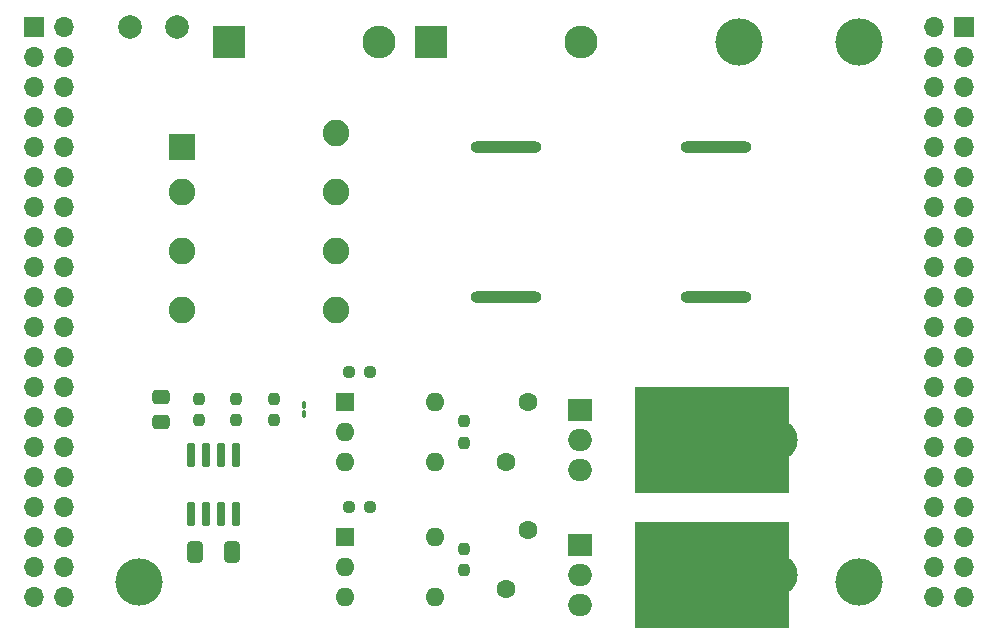
<source format=gts>
G04 #@! TF.GenerationSoftware,KiCad,Pcbnew,(6.0.2)*
G04 #@! TF.CreationDate,2022-03-12T22:50:08+09:00*
G04 #@! TF.ProjectId,ACBoard,4143426f-6172-4642-9e6b-696361645f70,rev?*
G04 #@! TF.SameCoordinates,Original*
G04 #@! TF.FileFunction,Soldermask,Top*
G04 #@! TF.FilePolarity,Negative*
%FSLAX46Y46*%
G04 Gerber Fmt 4.6, Leading zero omitted, Abs format (unit mm)*
G04 Created by KiCad (PCBNEW (6.0.2)) date 2022-03-12 22:50:08*
%MOMM*%
%LPD*%
G01*
G04 APERTURE LIST*
G04 Aperture macros list*
%AMRoundRect*
0 Rectangle with rounded corners*
0 $1 Rounding radius*
0 $2 $3 $4 $5 $6 $7 $8 $9 X,Y pos of 4 corners*
0 Add a 4 corners polygon primitive as box body*
4,1,4,$2,$3,$4,$5,$6,$7,$8,$9,$2,$3,0*
0 Add four circle primitives for the rounded corners*
1,1,$1+$1,$2,$3*
1,1,$1+$1,$4,$5*
1,1,$1+$1,$6,$7*
1,1,$1+$1,$8,$9*
0 Add four rect primitives between the rounded corners*
20,1,$1+$1,$2,$3,$4,$5,0*
20,1,$1+$1,$4,$5,$6,$7,0*
20,1,$1+$1,$6,$7,$8,$9,0*
20,1,$1+$1,$8,$9,$2,$3,0*%
G04 Aperture macros list end*
%ADD10RoundRect,0.237500X0.250000X0.237500X-0.250000X0.237500X-0.250000X-0.237500X0.250000X-0.237500X0*%
%ADD11R,1.600000X1.600000*%
%ADD12O,1.600000X1.600000*%
%ADD13C,4.000000*%
%ADD14O,3.500000X3.500000*%
%ADD15R,2.000000X1.905000*%
%ADD16O,2.000000X1.905000*%
%ADD17RoundRect,0.250000X-0.475000X0.337500X-0.475000X-0.337500X0.475000X-0.337500X0.475000X0.337500X0*%
%ADD18RoundRect,0.042000X-0.258000X0.943000X-0.258000X-0.943000X0.258000X-0.943000X0.258000X0.943000X0*%
%ADD19RoundRect,0.237500X0.237500X-0.250000X0.237500X0.250000X-0.237500X0.250000X-0.237500X-0.250000X0*%
%ADD20O,6.000000X1.000000*%
%ADD21RoundRect,0.237500X-0.237500X0.250000X-0.237500X-0.250000X0.237500X-0.250000X0.237500X0.250000X0*%
%ADD22C,2.000000*%
%ADD23R,13.000000X9.000000*%
%ADD24R,2.800000X2.800000*%
%ADD25O,2.800000X2.800000*%
%ADD26R,2.250000X2.250000*%
%ADD27C,2.250000*%
%ADD28RoundRect,0.100000X-0.100000X0.217500X-0.100000X-0.217500X0.100000X-0.217500X0.100000X0.217500X0*%
%ADD29C,1.600000*%
%ADD30RoundRect,0.250000X0.412500X0.650000X-0.412500X0.650000X-0.412500X-0.650000X0.412500X-0.650000X0*%
%ADD31R,1.700000X1.700000*%
%ADD32O,1.700000X1.700000*%
G04 APERTURE END LIST*
D10*
X187232500Y-59730000D03*
X185407500Y-59730000D03*
D11*
X185060000Y-50855000D03*
D12*
X185060000Y-53395000D03*
X185060000Y-55935000D03*
X192680000Y-55935000D03*
X192680000Y-50855000D03*
D13*
X218440000Y-20320000D03*
D14*
X221690000Y-54015000D03*
D15*
X205030000Y-51475000D03*
D16*
X205030000Y-54015000D03*
X205030000Y-56555000D03*
D17*
X169545000Y-50442500D03*
X169545000Y-52517500D03*
D18*
X175895000Y-55360000D03*
X174625000Y-55360000D03*
X173355000Y-55360000D03*
X172085000Y-55360000D03*
X172085000Y-60300000D03*
X173355000Y-60300000D03*
X174625000Y-60300000D03*
X175895000Y-60300000D03*
D10*
X187232500Y-48300000D03*
X185407500Y-48300000D03*
D19*
X179070000Y-52392500D03*
X179070000Y-50567500D03*
D20*
X198755000Y-41910000D03*
X198755000Y-29210000D03*
D21*
X195210000Y-63262500D03*
X195210000Y-65087500D03*
X195210000Y-52467500D03*
X195210000Y-54292500D03*
D14*
X221690000Y-65445000D03*
D15*
X205030000Y-62905000D03*
D16*
X205030000Y-65445000D03*
X205030000Y-67985000D03*
D22*
X166910000Y-19050000D03*
X170910000Y-19050000D03*
D23*
X216165000Y-65445000D03*
D24*
X192405000Y-20320000D03*
D25*
X205105000Y-20320000D03*
D20*
X216535000Y-41910000D03*
X216535000Y-29210000D03*
D11*
X185060000Y-62285000D03*
D12*
X185060000Y-64825000D03*
X185060000Y-67365000D03*
X192680000Y-67365000D03*
X192680000Y-62285000D03*
D26*
X171300000Y-29260000D03*
D27*
X171300000Y-33060000D03*
X171300000Y-38060000D03*
X171300000Y-43060000D03*
X184300000Y-43060000D03*
X184300000Y-38060000D03*
X184300000Y-33060000D03*
X184300000Y-28060000D03*
D28*
X181610000Y-51072500D03*
X181610000Y-51887500D03*
D29*
X198755000Y-55880000D03*
X200555000Y-50880000D03*
D13*
X228600000Y-20320000D03*
D30*
X175552500Y-63545000D03*
X172427500Y-63545000D03*
D23*
X216165000Y-54015000D03*
D13*
X228600000Y-66040000D03*
D21*
X172720000Y-50567500D03*
X172720000Y-52392500D03*
D13*
X167640000Y-66040000D03*
D29*
X198755000Y-66675000D03*
X200555000Y-61675000D03*
D31*
X237510000Y-19080000D03*
D32*
X234970000Y-19080000D03*
X237510000Y-21620000D03*
X234970000Y-21620000D03*
X237510000Y-24160000D03*
X234970000Y-24160000D03*
X237510000Y-26700000D03*
X234970000Y-26700000D03*
X237510000Y-29240000D03*
X234970000Y-29240000D03*
X237510000Y-31780000D03*
X234970000Y-31780000D03*
X237510000Y-34320000D03*
X234970000Y-34320000D03*
X237510000Y-36860000D03*
X234970000Y-36860000D03*
X237510000Y-39400000D03*
X234970000Y-39400000D03*
X237510000Y-41940000D03*
X234970000Y-41940000D03*
X237510000Y-44480000D03*
X234970000Y-44480000D03*
X237510000Y-47020000D03*
X234970000Y-47020000D03*
X237510000Y-49560000D03*
X234970000Y-49560000D03*
X237510000Y-52100000D03*
X234970000Y-52100000D03*
X237510000Y-54640000D03*
X234970000Y-54640000D03*
X237510000Y-57180000D03*
X234970000Y-57180000D03*
X237510000Y-59720000D03*
X234970000Y-59720000D03*
X237510000Y-62260000D03*
X234970000Y-62260000D03*
X237510000Y-64800000D03*
X234970000Y-64800000D03*
X237510000Y-67340000D03*
X234970000Y-67340000D03*
D31*
X158745000Y-19055000D03*
D32*
X161285000Y-19055000D03*
X158745000Y-21595000D03*
X161285000Y-21595000D03*
X158745000Y-24135000D03*
X161285000Y-24135000D03*
X158745000Y-26675000D03*
X161285000Y-26675000D03*
X158745000Y-29215000D03*
X161285000Y-29215000D03*
X158745000Y-31755000D03*
X161285000Y-31755000D03*
X158745000Y-34295000D03*
X161285000Y-34295000D03*
X158745000Y-36835000D03*
X161285000Y-36835000D03*
X158745000Y-39375000D03*
X161285000Y-39375000D03*
X158745000Y-41915000D03*
X161285000Y-41915000D03*
X158745000Y-44455000D03*
X161285000Y-44455000D03*
X158745000Y-46995000D03*
X161285000Y-46995000D03*
X158745000Y-49535000D03*
X161285000Y-49535000D03*
X158745000Y-52075000D03*
X161285000Y-52075000D03*
X158745000Y-54615000D03*
X161285000Y-54615000D03*
X158745000Y-57155000D03*
X161285000Y-57155000D03*
X158745000Y-59695000D03*
X161285000Y-59695000D03*
X158745000Y-62235000D03*
X161285000Y-62235000D03*
X158745000Y-64775000D03*
X161285000Y-64775000D03*
X158745000Y-67315000D03*
X161285000Y-67315000D03*
D24*
X175260000Y-20320000D03*
D25*
X187960000Y-20320000D03*
D19*
X175895000Y-52392500D03*
X175895000Y-50567500D03*
M02*

</source>
